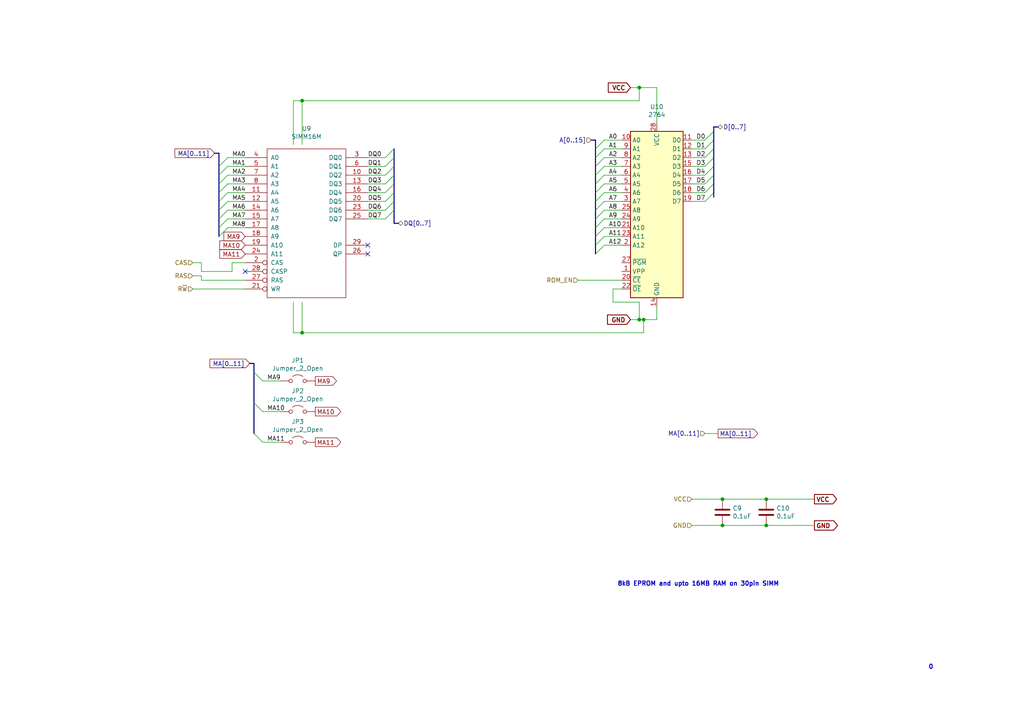
<source format=kicad_sch>
(kicad_sch (version 20231120) (generator "eeschema") (generator_version "8.0")
  (paper "A4")
  (lib_symbols
    (symbol "Device:C" (pin_numbers hide) (pin_names (offset 0.254))
      (property "Reference" "C" (at 0.635 2.54 0))
      (property "Value" "C" (at 0.635 -2.54 0))
      (symbol "C_0_1"
        (polyline (pts (xy -2.032 -0.762) (xy 2.032 -0.762)) (stroke (width 0.508)))
        (polyline (pts (xy -2.032 0.762) (xy 2.032 0.762)) (stroke (width 0.508)))
      )
      (symbol "C_1_1"
        (pin passive line (at 0 3.81 270) (length 2.794) (name "~") (number "1"))
        (pin passive line (at 0 -3.81 90) (length 2.794) (name "~") (number "2"))
      )
    )
    (symbol "Jumper:Jumper_2_Open" (pin_numbers hide) (pin_names (offset 0) hide) (exclude_from_sim yes)
      (property "Reference" "JP" (at 0 2.794 0))
      (property "Value" "Jumper_2_Open" (at 0 -2.286 0))
      (symbol "Jumper_2_Open_0_0"
        (circle (center -2.032 0) (radius 0.508))
        (circle (center 2.032 0) (radius 0.508))
      )
      (symbol "Jumper_2_Open_0_1"
        (arc (start 1.524 1.27) (mid 0 1.778) (end -1.524 1.27))
      )
      (symbol "Jumper_2_Open_1_1"
        (pin passive line (at -5.08 0 0) (length 2.54) (name "A") (number "1"))
        (pin passive line (at 5.08 0 180) (length 2.54) (name "B") (number "2"))
      )
    )
    (symbol "Memory_EPROM:2764"
      (property "Reference" "U" (at -7.62 24.13 0))
      (property "Value" "2764" (at 2.54 -26.67 0))
      (symbol "2764_1_1"
        (rectangle (start -7.62 22.86) (end 7.62 -25.4) (stroke (width 0.254)) (fill (type background)))
        (pin input line (at -10.16 -17.78 0) (length 2.54) (name "VPP") (number "1"))
        (pin input line (at -10.16 20.32 0) (length 2.54) (name "A0") (number "10"))
        (pin tri_state line (at 10.16 20.32 180) (length 2.54) (name "D0") (number "11"))
        (pin tri_state line (at 10.16 17.78 180) (length 2.54) (name "D1") (number "12"))
        (pin tri_state line (at 10.16 15.24 180) (length 2.54) (name "D2") (number "13"))
        (pin power_in line (at 0 -27.94 90) (length 2.54) (name "GND") (number "14"))
        (pin tri_state line (at 10.16 12.7 180) (length 2.54) (name "D3") (number "15"))
        (pin tri_state line (at 10.16 10.16 180) (length 2.54) (name "D4") (number "16"))
        (pin tri_state line (at 10.16 7.62 180) (length 2.54) (name "D5") (number "17"))
        (pin tri_state line (at 10.16 5.08 180) (length 2.54) (name "D6") (number "18"))
        (pin tri_state line (at 10.16 2.54 180) (length 2.54) (name "D7") (number "19"))
        (pin input line (at -10.16 -10.16 0) (length 2.54) (name "A12") (number "2"))
        (pin input line (at -10.16 -20.32 0) (length 2.54) (name "~{CE}") (number "20"))
        (pin input line (at -10.16 -5.08 0) (length 2.54) (name "A10") (number "21"))
        (pin input line (at -10.16 -22.86 0) (length 2.54) (name "~{OE}") (number "22"))
        (pin input line (at -10.16 -7.62 0) (length 2.54) (name "A11") (number "23"))
        (pin input line (at -10.16 -2.54 0) (length 2.54) (name "A9") (number "24"))
        (pin input line (at -10.16 0 0) (length 2.54) (name "A8") (number "25"))
        (pin no_connect line (at 7.62 0 180) (length 2.54) hide (name "NC") (number "26"))
        (pin input line (at -10.16 -15.24 0) (length 2.54) (name "~{PGM}") (number "27"))
        (pin power_in line (at 0 25.4 270) (length 2.54) (name "VCC") (number "28"))
        (pin input line (at -10.16 2.54 0) (length 2.54) (name "A7") (number "3"))
        (pin input line (at -10.16 5.08 0) (length 2.54) (name "A6") (number "4"))
        (pin input line (at -10.16 7.62 0) (length 2.54) (name "A5") (number "5"))
        (pin input line (at -10.16 10.16 0) (length 2.54) (name "A4") (number "6"))
        (pin input line (at -10.16 12.7 0) (length 2.54) (name "A3") (number "7"))
        (pin input line (at -10.16 15.24 0) (length 2.54) (name "A2") (number "8"))
        (pin input line (at -10.16 17.78 0) (length 2.54) (name "A1") (number "9"))
      )
    )
    (symbol "simm16m:SIMM16M" (pin_names (offset 1.016))
      (property "Reference" "U" (at 0 2.54 0))
      (property "Value" "SIMM16M" (at 0 -2.54 0))
      (symbol "SIMM16M_0_1"
        (rectangle (start -11.43 -21.59) (end 11.43 21.59))
      )
      (symbol "SIMM16M_1_1"
        (pin power_in line (at -3.81 22.86 270) (length 1.27) hide (name "VCC") (number "1"))
        (pin tri_state line (at 17.78 13.97 180) (length 6.35) (name "DQ2") (number "10"))
        (pin input line (at -17.78 8.89 0) (length 6.35) (name "A4") (number "11"))
        (pin input line (at -17.78 6.35 0) (length 6.35) (name "A5") (number "12"))
        (pin tri_state line (at 17.78 11.43 180) (length 6.35) (name "DQ3") (number "13"))
        (pin input line (at -17.78 3.81 0) (length 6.35) (name "A6") (number "14"))
        (pin input line (at -17.78 1.27 0) (length 6.35) (name "A7") (number "15"))
        (pin tri_state line (at 17.78 8.89 180) (length 6.35) (name "DQ4") (number "16"))
        (pin input line (at -17.78 -1.27 0) (length 6.35) (name "A8") (number "17"))
        (pin input line (at -17.78 -3.81 0) (length 6.35) (name "A9") (number "18"))
        (pin input line (at -17.78 -6.35 0) (length 6.35) (name "A10") (number "19"))
        (pin input inverted (at -17.78 -11.43 0) (length 6.35) (name "CAS") (number "2"))
        (pin tri_state line (at 17.78 6.35 180) (length 6.35) (name "DQ5") (number "20"))
        (pin input inverted (at -17.78 -19.05 0) (length 6.35) (name "WR") (number "21"))
        (pin power_in line (at -1.27 -22.86 90) (length 1.27) hide (name "GND") (number "22"))
        (pin tri_state line (at 17.78 3.81 180) (length 6.35) (name "DQ6") (number "23"))
        (pin input line (at -17.78 -8.89 0) (length 6.35) (name "A11") (number "24"))
        (pin input line (at 17.78 1.27 180) (length 6.35) (name "DQ7") (number "25"))
        (pin tri_state line (at 17.78 -8.89 180) (length 6.35) (name "QP") (number "26"))
        (pin input inverted (at -17.78 -16.51 0) (length 6.35) (name "RAS") (number "27"))
        (pin input inverted (at -17.78 -13.97 0) (length 6.35) (name "CASP") (number "28"))
        (pin input line (at 17.78 -6.35 180) (length 6.35) (name "DP") (number "29"))
        (pin tri_state line (at 17.78 19.05 180) (length 6.35) (name "DQ0") (number "3"))
        (pin power_in line (at -1.27 22.86 270) (length 1.27) hide (name "VCC") (number "30"))
        (pin input line (at -17.78 19.05 0) (length 6.35) (name "A0") (number "4"))
        (pin input line (at -17.78 16.51 0) (length 6.35) (name "A1") (number "5"))
        (pin tri_state line (at 17.78 16.51 180) (length 6.35) (name "DQ1") (number "6"))
        (pin input line (at -17.78 13.97 0) (length 6.35) (name "A2") (number "7"))
        (pin input line (at -17.78 11.43 0) (length 6.35) (name "A3") (number "8"))
        (pin power_in line (at -3.81 -22.86 90) (length 1.27) hide (name "GND") (number "9"))
      )
    )
  )
  (junction (at 185.42 25.4))
  (junction (at 209.55 144.78))
  (junction (at 185.42 92.71))
  (junction (at 222.25 144.78))
  (junction (at 209.55 152.4))
  (junction (at 222.25 152.4))
  (junction (at 87.63 29.21))
  (junction (at 87.63 96.52))
  (junction (at 186.69 92.71))
  (no_connect (at 106.68 71.12))
  (no_connect (at 106.68 73.66))
  (no_connect (at 71.12 78.74))
  (bus_entry (at 76.2 110.49) (size -2.54 -2.54))
  (bus_entry (at 63.5 50.8) (size 2.54 -2.54))
  (bus_entry (at 204.47 58.42) (size 2.54 -2.54))
  (bus_entry (at 111.76 58.42) (size 2.54 -2.54))
  (bus_entry (at 172.72 66.04) (size 2.54 -2.54))
  (bus_entry (at 111.76 60.96) (size 2.54 -2.54))
  (bus_entry (at 172.72 55.88) (size 2.54 -2.54))
  (bus_entry (at 63.5 48.26) (size 2.54 -2.54))
  (bus_entry (at 204.47 40.64) (size 2.54 -2.54))
  (bus_entry (at 172.72 43.18) (size 2.54 -2.54))
  (bus_entry (at 111.76 50.8) (size 2.54 -2.54))
  (bus_entry (at 172.72 58.42) (size 2.54 -2.54))
  (bus_entry (at 172.72 50.8) (size 2.54 -2.54))
  (bus_entry (at 76.2 128.27) (size -2.54 -2.54))
  (bus_entry (at 204.47 53.34) (size 2.54 -2.54))
  (bus_entry (at 63.5 63.5) (size 2.54 -2.54))
  (bus_entry (at 204.47 43.18) (size 2.54 -2.54))
  (bus_entry (at 111.76 63.5) (size 2.54 -2.54))
  (bus_entry (at 204.47 55.88) (size 2.54 -2.54))
  (bus_entry (at 204.47 50.8) (size 2.54 -2.54))
  (bus_entry (at 63.5 68.58) (size 2.54 -2.54))
  (bus_entry (at 172.72 48.26) (size 2.54 -2.54))
  (bus_entry (at 172.72 71.12) (size 2.54 -2.54))
  (bus_entry (at 172.72 53.34) (size 2.54 -2.54))
  (bus_entry (at 172.72 68.58) (size 2.54 -2.54))
  (bus_entry (at 172.72 63.5) (size 2.54 -2.54))
  (bus_entry (at 204.47 45.72) (size 2.54 -2.54))
  (bus_entry (at 63.5 60.96) (size 2.54 -2.54))
  (bus_entry (at 76.2 119.38) (size -2.54 -2.54))
  (bus_entry (at 172.72 45.72) (size 2.54 -2.54))
  (bus_entry (at 63.5 55.88) (size 2.54 -2.54))
  (bus_entry (at 111.76 45.72) (size 2.54 -2.54))
  (bus_entry (at 63.5 53.34) (size 2.54 -2.54))
  (bus_entry (at 204.47 48.26) (size 2.54 -2.54))
  (bus_entry (at 172.72 60.96) (size 2.54 -2.54))
  (bus_entry (at 111.76 55.88) (size 2.54 -2.54))
  (bus_entry (at 111.76 53.34) (size 2.54 -2.54))
  (bus_entry (at 63.5 66.04) (size 2.54 -2.54))
  (bus_entry (at 172.72 73.66) (size 2.54 -2.54))
  (bus_entry (at 111.76 48.26) (size 2.54 -2.54))
  (bus_entry (at 63.5 58.42) (size 2.54 -2.54))
  (bus (pts (xy 207.01 53.34) (xy 207.01 55.88)))
  (bus (pts (xy 63.5 53.34) (xy 63.5 55.88)))
  (bus (pts (xy 114.3 53.34) (xy 114.3 55.88)))
  (wire (pts (xy 58.42 76.2) (xy 55.88 76.2)))
  (bus (pts (xy 207.01 38.1) (xy 207.01 40.64)))
  (bus (pts (xy 172.72 55.88) (xy 172.72 58.42)))
  (wire (pts (xy 87.63 87.63) (xy 87.63 96.52)))
  (wire (pts (xy 66.04 50.8) (xy 71.12 50.8)))
  (bus (pts (xy 207.01 48.26) (xy 207.01 50.8)))
  (wire (pts (xy 81.28 128.27) (xy 76.2 128.27)))
  (wire (pts (xy 85.09 96.52) (xy 87.63 96.52)))
  (bus (pts (xy 114.3 58.42) (xy 114.3 60.96)))
  (bus (pts (xy 207.01 50.8) (xy 207.01 53.34)))
  (wire (pts (xy 177.8 83.82) (xy 180.34 83.82)))
  (bus (pts (xy 207.01 36.83) (xy 207.01 38.1)))
  (wire (pts (xy 66.04 58.42) (xy 71.12 58.42)))
  (wire (pts (xy 186.69 96.52) (xy 186.69 92.71)))
  (bus (pts (xy 207.01 43.18) (xy 207.01 45.72)))
  (bus (pts (xy 63.5 58.42) (xy 63.5 60.96)))
  (bus (pts (xy 73.66 105.41) (xy 72.39 105.41)))
  (wire (pts (xy 66.04 48.26) (xy 71.12 48.26)))
  (wire (pts (xy 200.66 55.88) (xy 204.47 55.88)))
  (wire (pts (xy 106.68 48.26) (xy 111.76 48.26)))
  (bus (pts (xy 73.66 105.41) (xy 73.66 107.95)))
  (wire (pts (xy 175.26 66.04) (xy 180.34 66.04)))
  (bus (pts (xy 114.3 50.8) (xy 114.3 53.34)))
  (wire (pts (xy 175.26 40.64) (xy 180.34 40.64)))
  (wire (pts (xy 190.5 25.4) (xy 185.42 25.4)))
  (wire (pts (xy 185.42 25.4) (xy 182.88 25.4)))
  (wire (pts (xy 87.63 29.21) (xy 185.42 29.21)))
  (bus (pts (xy 114.3 55.88) (xy 114.3 58.42)))
  (wire (pts (xy 87.63 96.52) (xy 186.69 96.52)))
  (wire (pts (xy 185.42 92.71) (xy 185.42 87.63)))
  (bus (pts (xy 172.72 71.12) (xy 172.72 73.66)))
  (bus (pts (xy 207.01 40.64) (xy 207.01 43.18)))
  (wire (pts (xy 55.88 83.82) (xy 71.12 83.82)))
  (wire (pts (xy 106.68 63.5) (xy 111.76 63.5)))
  (bus (pts (xy 63.5 55.88) (xy 63.5 58.42)))
  (bus (pts (xy 73.66 107.95) (xy 73.66 116.84)))
  (wire (pts (xy 66.04 45.72) (xy 71.12 45.72)))
  (wire (pts (xy 85.09 29.21) (xy 85.09 41.91)))
  (wire (pts (xy 200.66 45.72) (xy 204.47 45.72)))
  (wire (pts (xy 200.66 40.64) (xy 204.47 40.64)))
  (wire (pts (xy 81.28 110.49) (xy 76.2 110.49)))
  (wire (pts (xy 106.68 45.72) (xy 111.76 45.72)))
  (wire (pts (xy 85.09 87.63) (xy 85.09 96.52)))
  (wire (pts (xy 66.04 55.88) (xy 71.12 55.88)))
  (wire (pts (xy 222.25 152.4) (xy 236.22 152.4)))
  (wire (pts (xy 185.42 87.63) (xy 177.8 87.63)))
  (bus (pts (xy 208.28 36.83) (xy 207.01 36.83)))
  (bus (pts (xy 63.5 48.26) (xy 63.5 50.8)))
  (bus (pts (xy 172.72 53.34) (xy 172.72 55.88)))
  (wire (pts (xy 66.04 66.04) (xy 71.12 66.04)))
  (wire (pts (xy 175.26 60.96) (xy 180.34 60.96)))
  (bus (pts (xy 63.5 63.5) (xy 63.5 66.04)))
  (wire (pts (xy 177.8 87.63) (xy 177.8 83.82)))
  (bus (pts (xy 172.72 40.64) (xy 171.45 40.64)))
  (wire (pts (xy 200.66 48.26) (xy 204.47 48.26)))
  (wire (pts (xy 81.28 119.38) (xy 76.2 119.38)))
  (wire (pts (xy 87.63 41.91) (xy 87.63 29.21)))
  (wire (pts (xy 175.26 71.12) (xy 180.34 71.12)))
  (bus (pts (xy 172.72 60.96) (xy 172.72 63.5)))
  (wire (pts (xy 58.42 81.28) (xy 71.12 81.28)))
  (wire (pts (xy 175.26 43.18) (xy 180.34 43.18)))
  (wire (pts (xy 200.66 53.34) (xy 204.47 53.34)))
  (wire (pts (xy 185.42 92.71) (xy 186.69 92.71)))
  (bus (pts (xy 172.72 43.18) (xy 172.72 45.72)))
  (wire (pts (xy 175.26 55.88) (xy 180.34 55.88)))
  (wire (pts (xy 58.42 80.01) (xy 55.88 80.01)))
  (wire (pts (xy 58.42 78.74) (xy 58.42 76.2)))
  (bus (pts (xy 63.5 44.45) (xy 62.23 44.45)))
  (wire (pts (xy 67.31 76.2) (xy 67.31 78.74)))
  (bus (pts (xy 172.72 45.72) (xy 172.72 48.26)))
  (bus (pts (xy 73.66 116.84) (xy 73.66 125.73)))
  (wire (pts (xy 106.68 60.96) (xy 111.76 60.96)))
  (wire (pts (xy 222.25 144.78) (xy 236.22 144.78)))
  (wire (pts (xy 204.47 125.73) (xy 208.28 125.73)))
  (wire (pts (xy 175.26 68.58) (xy 180.34 68.58)))
  (wire (pts (xy 106.68 53.34) (xy 111.76 53.34)))
  (bus (pts (xy 114.3 48.26) (xy 114.3 50.8)))
  (wire (pts (xy 185.42 29.21) (xy 185.42 25.4)))
  (wire (pts (xy 71.12 76.2) (xy 67.31 76.2)))
  (bus (pts (xy 114.3 45.72) (xy 114.3 48.26)))
  (wire (pts (xy 209.55 144.78) (xy 222.25 144.78)))
  (wire (pts (xy 106.68 58.42) (xy 111.76 58.42)))
  (wire (pts (xy 190.5 92.71) (xy 190.5 88.9)))
  (wire (pts (xy 66.04 53.34) (xy 71.12 53.34)))
  (wire (pts (xy 200.66 152.4) (xy 209.55 152.4)))
  (wire (pts (xy 200.66 144.78) (xy 209.55 144.78)))
  (bus (pts (xy 207.01 45.72) (xy 207.01 48.26)))
  (wire (pts (xy 66.04 63.5) (xy 71.12 63.5)))
  (bus (pts (xy 172.72 68.58) (xy 172.72 71.12)))
  (bus (pts (xy 172.72 48.26) (xy 172.72 50.8)))
  (bus (pts (xy 207.01 55.88) (xy 207.01 57.15)))
  (wire (pts (xy 190.5 35.56) (xy 190.5 25.4)))
  (wire (pts (xy 106.68 50.8) (xy 111.76 50.8)))
  (wire (pts (xy 209.55 152.4) (xy 222.25 152.4)))
  (bus (pts (xy 172.72 58.42) (xy 172.72 60.96)))
  (bus (pts (xy 172.72 40.64) (xy 172.72 43.18)))
  (wire (pts (xy 175.26 63.5) (xy 180.34 63.5)))
  (wire (pts (xy 58.42 78.74) (xy 67.31 78.74)))
  (wire (pts (xy 175.26 53.34) (xy 180.34 53.34)))
  (bus (pts (xy 63.5 50.8) (xy 63.5 53.34)))
  (bus (pts (xy 114.3 43.18) (xy 114.3 45.72)))
  (wire (pts (xy 175.26 50.8) (xy 180.34 50.8)))
  (bus (pts (xy 172.72 50.8) (xy 172.72 53.34)))
  (wire (pts (xy 200.66 43.18) (xy 204.47 43.18)))
  (bus (pts (xy 172.72 66.04) (xy 172.72 68.58)))
  (bus (pts (xy 63.5 66.04) (xy 63.5 68.58)))
  (wire (pts (xy 85.09 29.21) (xy 87.63 29.21)))
  (wire (pts (xy 175.26 45.72) (xy 180.34 45.72)))
  (wire (pts (xy 200.66 50.8) (xy 204.47 50.8)))
  (bus (pts (xy 114.3 64.77) (xy 115.57 64.77)))
  (bus (pts (xy 114.3 60.96) (xy 114.3 64.77)))
  (bus (pts (xy 172.72 63.5) (xy 172.72 66.04)))
  (wire (pts (xy 58.42 81.28) (xy 58.42 80.01)))
  (bus (pts (xy 63.5 44.45) (xy 63.5 48.26)))
  (bus (pts (xy 63.5 60.96) (xy 63.5 63.5)))
  (wire (pts (xy 200.66 58.42) (xy 204.47 58.42)))
  (wire (pts (xy 66.04 60.96) (xy 71.12 60.96)))
  (wire (pts (xy 186.69 92.71) (xy 190.5 92.71)))
  (wire (pts (xy 180.34 81.28) (xy 167.64 81.28)))
  (wire (pts (xy 175.26 58.42) (xy 180.34 58.42)))
  (wire (pts (xy 106.68 55.88) (xy 111.76 55.88)))
  (wire (pts (xy 175.26 48.26) (xy 180.34 48.26)))
  (wire (pts (xy 182.88 92.71) (xy 185.42 92.71)))
  (text "8kB EPROM and upto 16MB RAM on 30pin SIMM" (at 179.07 170.18 0) (effects (font (size 1.27 1.27) (thickness 0.254) (bold yes)) (justify left bottom)))
  (text "0" (at 269.24 194.31 0) (effects (font (size 1.27 1.27) (thickness 0.254) (bold yes)) (justify left bottom)))
  (label "MA2" (at 67.31 50.8 0))
  (label "DQ6" (at 106.68 60.96 0))
  (label "D5" (at 201.93 53.34 0))
  (label "DQ1" (at 106.68 48.26 0))
  (label "A10" (at 176.53 66.04 0))
  (label "MA10" (at 77.47 119.38 0))
  (label "DQ3" (at 106.68 53.34 0))
  (label "A0" (at 176.53 40.64 0))
  (label "DQ4" (at 106.68 55.88 0))
  (label "MA8" (at 67.31 66.04 0))
  (label "D1" (at 201.93 43.18 0))
  (label "A12" (at 176.53 71.12 0))
  (label "DQ7" (at 106.68 63.5 0))
  (label "A9" (at 176.53 63.5 0))
  (label "D3" (at 201.93 48.26 0))
  (label "MA7" (at 67.31 63.5 0))
  (label "D7" (at 201.93 58.42 0))
  (label "MA11" (at 77.47 128.27 0))
  (label "DQ0" (at 106.68 45.72 0))
  (label "MA1" (at 67.31 48.26 0))
  (label "A1" (at 176.53 43.18 0))
  (label "DQ2" (at 106.68 50.8 0))
  (label "MA5" (at 67.31 58.42 0))
  (label "A8" (at 176.53 60.96 0))
  (label "MA6" (at 67.31 60.96 0))
  (label "A11" (at 176.53 68.58 0))
  (label "D0" (at 201.93 40.64 0))
  (label "A3" (at 176.53 48.26 0))
  (label "MA9" (at 77.47 110.49 0))
  (label "A5" (at 176.53 53.34 0))
  (label "MA3" (at 67.31 53.34 0))
  (label "D4" (at 201.93 50.8 0))
  (label "A4" (at 176.53 50.8 0))
  (label "D2" (at 201.93 45.72 0))
  (label "A6" (at 176.53 55.88 0))
  (label "A7" (at 176.53 58.42 0))
  (label "MA4" (at 67.31 55.88 0))
  (label "A2" (at 176.53 45.72 0))
  (label "D6" (at 201.93 55.88 0))
  (label "DQ5" (at 106.68 58.42 0))
  (label "MA0" (at 67.31 45.72 0))
  (global_label "MA11" (shape input) (at 71.12 73.66 180) (property "Intersheetrefs" "${INTERSHEET_REFS}" (effects (hide yes))))
  (global_label "MA[0..11]" (shape output) (at 208.28 125.73 0) (property "Intersheetrefs" "${INTERSHEET_REFS}" (effects (hide yes))))
  (global_label "VCC" (shape output) (at 236.22 144.78 0) (effects (font (thickness 0.254) (bold yes))) (property "Intersheetrefs" "${INTERSHEET_REFS}" (effects (hide yes))))
  (global_label "MA9" (shape output) (at 91.44 110.49 0) (property "Intersheetrefs" "${INTERSHEET_REFS}" (effects (hide yes))))
  (global_label "MA11" (shape output) (at 91.44 128.27 0) (property "Intersheetrefs" "${INTERSHEET_REFS}" (effects (hide yes))))
  (global_label "MA[0..11]" (shape input) (at 72.39 105.41 180) (property "Intersheetrefs" "${INTERSHEET_REFS}" (effects (hide yes))))
  (global_label "VCC" (shape input) (at 182.88 25.4 180) (effects (font (thickness 0.254) (bold yes))) (property "Intersheetrefs" "${INTERSHEET_REFS}" (effects (hide yes))))
  (global_label "MA[0..11]" (shape input) (at 62.23 44.45 180) (property "Intersheetrefs" "${INTERSHEET_REFS}" (effects (hide yes))))
  (global_label "GND" (shape input) (at 182.88 92.71 180) (effects (font (thickness 0.254) (bold yes))) (property "Intersheetrefs" "${INTERSHEET_REFS}" (effects (hide yes))))
  (global_label "MA10" (shape output) (at 91.44 119.38 0) (property "Intersheetrefs" "${INTERSHEET_REFS}" (effects (hide yes))))
  (global_label "MA10" (shape input) (at 71.12 71.12 180) (property "Intersheetrefs" "${INTERSHEET_REFS}" (effects (hide yes))))
  (global_label "GND" (shape output) (at 236.22 152.4 0) (effects (font (thickness 0.254) (bold yes))) (property "Intersheetrefs" "${INTERSHEET_REFS}" (effects (hide yes))))
  (global_label "MA9" (shape input) (at 71.12 68.58 180) (property "Intersheetrefs" "${INTERSHEET_REFS}" (effects (hide yes))))
  (hierarchical_label "DQ[0..7]" (shape bidirectional) (at 115.57 64.77 0))
  (hierarchical_label "A[0..15]" (shape input) (at 171.45 40.64 180))
  (hierarchical_label "R~{W}" (shape input) (at 55.88 83.82 180))
  (hierarchical_label "VCC" (shape input) (at 200.66 144.78 180))
  (hierarchical_label "ROM_EN" (shape input) (at 167.64 81.28 180))
  (hierarchical_label "MA[0..11]" (shape input) (at 204.47 125.73 180))
  (hierarchical_label "CAS" (shape input) (at 55.88 76.2 180))
  (hierarchical_label "RAS" (shape input) (at 55.88 80.01 180))
  (hierarchical_label "D[0..7]" (shape bidirectional) (at 208.28 36.83 0))
  (hierarchical_label "GND" (shape input) (at 200.66 152.4 180))
  (symbol (lib_id "Memory_EPROM:2764") (at 190.5 60.96 0) (unit 1)
    (property "Reference" "U10" (at 190.5 30.9626 0))
    (property "Value" "2764" (at 190.5 33.274 0))
    (property "Footprint" "Package_DIP:DIP-28_W15.24mm" (effects (hide yes)))
    (property "Datasheet" "https://downloads.reactivemicro.com/Electronics/ROM/2764%20EPROM.pdf" (effects (hide yes)))
  )
  (symbol (lib_id "simm16m:SIMM16M") (at 88.9 64.77 0) (unit 1)
    (property "Reference" "U9" (at 88.9 37.3126 0))
    (property "Value" "SIMM16M" (at 88.9 39.624 0))
  )
  (symbol (lib_id "Device:C") (at 209.55 148.59 0) (unit 1)
    (property "Reference" "C9" (at 212.471 147.4216 0) (effects (justify left)))
    (property "Value" "0.1uF" (at 212.471 149.733 0) (effects (justify left)))
  )
  (symbol (lib_id "Device:C") (at 222.25 148.59 0) (unit 1)
    (property "Reference" "C10" (at 225.171 147.4216 0) (effects (justify left)))
    (property "Value" "0.1uF" (at 225.171 149.733 0) (effects (justify left)))
  )
  (symbol (lib_id "Jumper:Jumper_2_Open") (at 86.36 110.49 0) (unit 1)
    (property "Reference" "JP1" (at 86.36 104.521 0))
    (property "Value" "Jumper_2_Open" (at 86.36 106.8324 0))
    (property "Footprint" "Jumper:SolderJumper-3_P1.3mm_Bridged12_RoundedPad1.0x1.5mm" (effects (hide yes)))
  )
  (symbol (lib_id "Jumper:Jumper_2_Open") (at 86.36 119.38 0) (unit 1)
    (property "Reference" "JP2" (at 86.36 113.411 0))
    (property "Value" "Jumper_2_Open" (at 86.36 115.7224 0))
    (property "Footprint" "Jumper:SolderJumper-3_P1.3mm_Bridged12_RoundedPad1.0x1.5mm" (effects (hide yes)))
  )
  (symbol (lib_id "Jumper:Jumper_2_Open") (at 86.36 128.27 0) (unit 1)
    (property "Reference" "JP3" (at 86.36 122.301 0))
    (property "Value" "Jumper_2_Open" (at 86.36 124.6124 0))
    (property "Footprint" "Jumper:SolderJumper-3_P1.3mm_Bridged12_RoundedPad1.0x1.5mm" (effects (hide yes)))
  )
)
</source>
